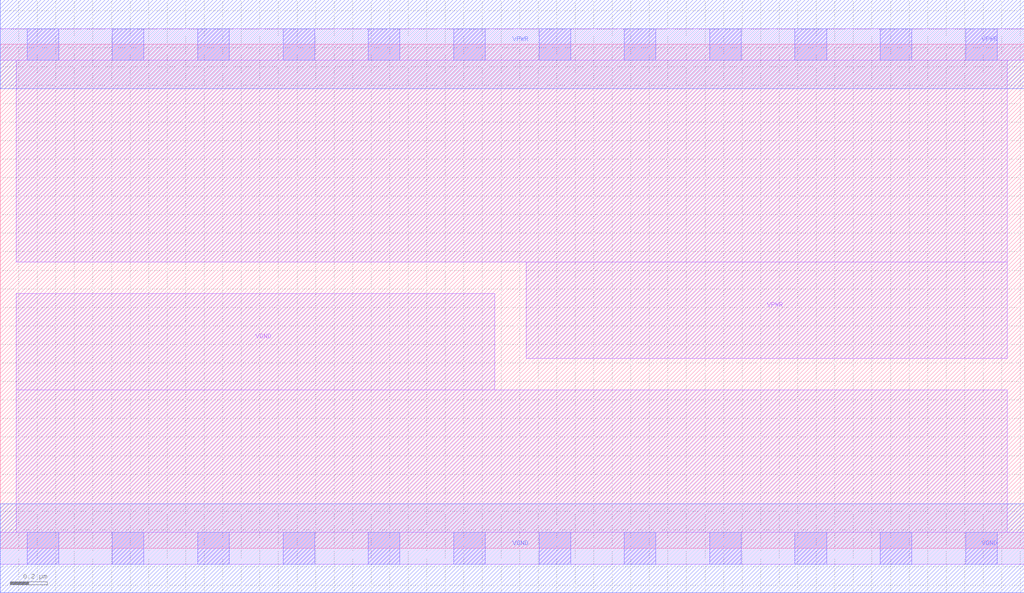
<source format=lef>
# Copyright 2020 The SkyWater PDK Authors
#
# Licensed under the Apache License, Version 2.0 (the "License");
# you may not use this file except in compliance with the License.
# You may obtain a copy of the License at
#
#     https://www.apache.org/licenses/LICENSE-2.0
#
# Unless required by applicable law or agreed to in writing, software
# distributed under the License is distributed on an "AS IS" BASIS,
# WITHOUT WARRANTIES OR CONDITIONS OF ANY KIND, either express or implied.
# See the License for the specific language governing permissions and
# limitations under the License.
#
# SPDX-License-Identifier: Apache-2.0

VERSION 5.7 ;
  NAMESCASESENSITIVE ON ;
  NOWIREEXTENSIONATPIN ON ;
  DIVIDERCHAR "/" ;
  BUSBITCHARS "[]" ;
UNITS
  DATABASE MICRONS 200 ;
END UNITS
MACRO sky130_fd_sc_hd__decap_12
  CLASS CORE ;
  SOURCE USER ;
  FOREIGN sky130_fd_sc_hd__decap_12 ;
  ORIGIN  0.000000  0.000000 ;
  SIZE  5.520000 BY  2.720000 ;
  SYMMETRY X Y R90 ;
  SITE unithd ;
  PIN VGND
    DIRECTION INOUT ;
    SHAPE ABUTMENT ;
    USE GROUND ;
    PORT
      LAYER li1 ;
        RECT 0.000000 -0.085000 5.520000 0.085000 ;
        RECT 0.085000  0.085000 5.430000 0.855000 ;
        RECT 0.085000  0.855000 2.665000 1.375000 ;
      LAYER mcon ;
        RECT 0.145000 -0.085000 0.315000 0.085000 ;
        RECT 0.605000 -0.085000 0.775000 0.085000 ;
        RECT 1.065000 -0.085000 1.235000 0.085000 ;
        RECT 1.525000 -0.085000 1.695000 0.085000 ;
        RECT 1.985000 -0.085000 2.155000 0.085000 ;
        RECT 2.445000 -0.085000 2.615000 0.085000 ;
        RECT 2.905000 -0.085000 3.075000 0.085000 ;
        RECT 3.365000 -0.085000 3.535000 0.085000 ;
        RECT 3.825000 -0.085000 3.995000 0.085000 ;
        RECT 4.285000 -0.085000 4.455000 0.085000 ;
        RECT 4.745000 -0.085000 4.915000 0.085000 ;
        RECT 5.205000 -0.085000 5.375000 0.085000 ;
      LAYER met1 ;
        RECT 0.000000 -0.240000 5.520000 0.240000 ;
    END
  END VGND
  PIN VPWR
    DIRECTION INOUT ;
    SHAPE ABUTMENT ;
    USE POWER ;
    PORT
      LAYER li1 ;
        RECT 0.000000 2.635000 5.520000 2.805000 ;
        RECT 0.085000 1.545000 5.430000 2.635000 ;
        RECT 2.835000 1.025000 5.430000 1.545000 ;
      LAYER mcon ;
        RECT 0.145000 2.635000 0.315000 2.805000 ;
        RECT 0.605000 2.635000 0.775000 2.805000 ;
        RECT 1.065000 2.635000 1.235000 2.805000 ;
        RECT 1.525000 2.635000 1.695000 2.805000 ;
        RECT 1.985000 2.635000 2.155000 2.805000 ;
        RECT 2.445000 2.635000 2.615000 2.805000 ;
        RECT 2.905000 2.635000 3.075000 2.805000 ;
        RECT 3.365000 2.635000 3.535000 2.805000 ;
        RECT 3.825000 2.635000 3.995000 2.805000 ;
        RECT 4.285000 2.635000 4.455000 2.805000 ;
        RECT 4.745000 2.635000 4.915000 2.805000 ;
        RECT 5.205000 2.635000 5.375000 2.805000 ;
      LAYER met1 ;
        RECT 0.000000 2.480000 5.520000 2.960000 ;
    END
  END VPWR
END sky130_fd_sc_hd__decap_12

</source>
